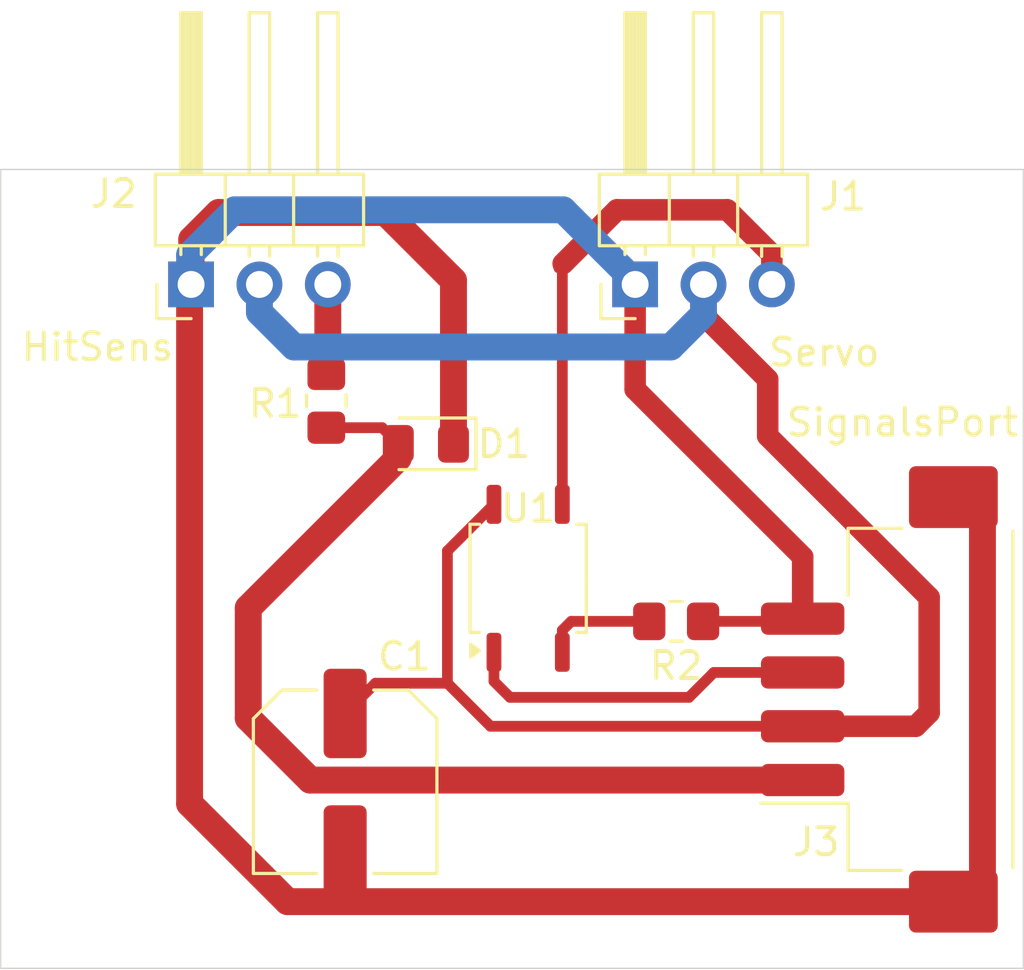
<source format=kicad_pcb>
(kicad_pcb (version 20240108) (generator "pcbnew") (generator_version "8.0")
  (layers (0 "F.Cu" signal) (31 "B.Cu" signal) (34 "B.Paste" user) (35 "F.Paste" user) (36 "B.SilkS" user "B.Silkscreen") (37 "F.SilkS" user "F.Silkscreen") (38 "B.Mask" user) (39 "F.Mask" user) (44 "Edge.Cuts" user))
  (net 0 "")
  (net 1 "+6V")
  (net 2 "GNDREF")
  (net 3 "Net-(J1-Pin_3)")
  (net 4 "Net-(J2-Pin_3)")
  (net 5 "Net-(D1-A)")
  (net 6 "Net-(J3-Pin_3)")
  (net 7 "Net-(R2-Pad2)")
  (footprint "Package_SO:SOP-4_3.8x4.1mm_P2.54mm" (layer "F.Cu") (at 135.7 101.5 90)
    (property "Reference" "U1" (at 2.6 0 0) (layer "F.SilkS"))
    (property "Value" "CPC1017N")
    (fp_line (start 2.01 -2.16) (end 2.01 -1.805) (stroke (width 0.12)) (layer "F.SilkS"))
    (fp_line (start 0 -2.16) (end 2.01 -2.16) (stroke (width 0.12)) (layer "F.SilkS"))
    (fp_line (start 0 -2.16) (end -2.01 -2.16) (stroke (width 0.12)) (layer "F.SilkS"))
    (fp_line (start -2.01 -2.16) (end -2.01 -1.805) (stroke (width 0.12)) (layer "F.SilkS"))
    (fp_line (start 2.01 2.16) (end 2.01 1.805) (stroke (width 0.12)) (layer "F.SilkS"))
    (fp_line (start 0 2.16) (end 2.01 2.16) (stroke (width 0.12)) (layer "F.SilkS"))
    (fp_line (start 0 2.16) (end -2.01 2.16) (stroke (width 0.12)) (layer "F.SilkS"))
    (fp_line (start -2.01 2.16) (end -2.01 1.805) (stroke (width 0.12)) (layer "F.SilkS"))
    (fp_poly (pts (xy -2.6875 -1.805) (xy -2.9275 -2.135) (xy -2.4475 -2.135) (xy -2.6875 -1.805)) (stroke (width 0.12)) (fill solid) (layer "F.SilkS"))
    (pad "1" smd roundrect (at -2.75 -1.27 90) (size 1.45 0.55) (layers "F.Cu" "F.Paste" "F.Mask") (net 6 "Net-(J3-Pin_3)"))
    (pad "2" smd roundrect (at -2.75 1.27 90) (size 1.45 0.55) (layers "F.Cu" "F.Paste" "F.Mask") (net 7 "Net-(R2-Pad2)"))
    (pad "3" smd roundrect (at 2.75 1.27 90) (size 1.45 0.55) (layers "F.Cu" "F.Paste" "F.Mask") (net 3 "Net-(J1-Pin_3)"))
    (pad "4" smd roundrect (at 2.75 -1.27 90) (size 1.45 0.55) (layers "F.Cu" "F.Paste" "F.Mask") (net 1 "+6V"))
  )
  (footprint "Connector_Hirose:Hirose_DF3EA-04P-2H_1x04-1MP_P2.00mm_Horizontal" (layer "F.Cu") (at 148.75 106 90)
    (property "Reference" "J3" (at -5.3 -2.35 0) (layer "F.SilkS"))
    (property "Value" "SignalsPort" (at 10.3 0.85 0) (layer "F.SilkS"))
    (fp_line (start 6.36 -1.16) (end 3.86 -1.16) (stroke (width 0.12)) (layer "F.SilkS"))
    (fp_line (start -3.86 -1.16) (end -3.86 -4.4) (stroke (width 0.12)) (layer "F.SilkS"))
    (fp_line (start -6.36 -1.16) (end -3.86 -1.16) (stroke (width 0.12)) (layer "F.SilkS"))
    (fp_line (start 6.36 0.84) (end 6.36 -1.16) (stroke (width 0.12)) (layer "F.SilkS"))
    (fp_line (start -6.36 0.84) (end -6.36 -1.16) (stroke (width 0.12)) (layer "F.SilkS"))
    (fp_line (start -6.25 4.96) (end 6.25 4.96) (stroke (width 0.12)) (layer "F.SilkS"))
    (pad "1" smd roundrect (at -3 -2.85 90) (size 1.2 3.1) (layers "F.Cu" "F.Paste" "F.Mask") (roundrect_rratio 0.208333) (net 5 "Net-(D1-A)"))
    (pad "2" smd roundrect (at -1 -2.85 90) (size 1.2 3.1) (layers "F.Cu" "F.Paste" "F.Mask") (roundrect_rratio 0.208333) (net 1 "+6V"))
    (pad "3" smd roundrect (at 1 -2.85 90) (size 1.2 3.1) (layers "F.Cu" "F.Paste" "F.Mask") (roundrect_rratio 0.208333) (net 6 "Net-(J3-Pin_3)"))
    (pad "4" smd roundrect (at 3 -2.85 90) (size 1.2 3.1) (layers "F.Cu" "F.Paste" "F.Mask") (roundrect_rratio 0.208333) (net 2 "GNDREF"))
    (pad "MP" smd roundrect (at -7.52 2.75 90) (size 2.3 3.3) (layers "F.Cu" "F.Paste" "F.Mask") (roundrect_rratio 0.108696))
    (pad "MP" smd roundrect (at 7.52 2.75 90) (size 2.3 3.3) (layers "F.Cu" "F.Paste" "F.Mask") (roundrect_rratio 0.108696))
  )
  (footprint "LED_SMD:LED_0805_2012Metric_Pad1.15x1.40mm_HandSolder" (layer "F.Cu") (at 131.9 96.5 180)
    (property "Reference" "D1" (at -2.9 0 180) (layer "F.SilkS"))
    (property "Value" "LED")
    (fp_line (start 1 -0.96) (end -1.86 -0.96) (stroke (width 0.12)) (layer "F.SilkS"))
    (fp_line (start -1.86 0.96) (end 1 0.96) (stroke (width 0.12)) (layer "F.SilkS"))
    (fp_line (start -1.86 -0.96) (end -1.86 0.96) (stroke (width 0.12)) (layer "F.SilkS"))
    (pad "1" smd roundrect (at -1.025 0 180) (size 1.15 1.4) (layers "F.Cu" "F.Paste" "F.Mask") (roundrect_rratio 0.217391) (net 2 "GNDREF"))
    (pad "2" smd roundrect (at 1.025 0 180) (size 1.15 1.4) (layers "F.Cu" "F.Paste" "F.Mask") (roundrect_rratio 0.217391) (net 5 "Net-(D1-A)"))
  )
  (footprint "MountingHole:MountingHole_3.2mm_M3" (layer "F.Cu") (at 119.6 112.6)
    (property "Reference" "H2" (hide yes))
    (property "Value" "MountingHole" (hide yes))
    (pad "" np_thru_hole circle (at 0 0) (size 3.2 3.2) (drill 3.2) (layers "*.Cu" "*.Mask"))
  )
  (footprint "Connector_PinHeader_2.54mm:PinHeader_1x03_P2.54mm_Horizontal" (layer "F.Cu") (at 123.175 90.575 90)
    (property "Reference" "J2" (at 3.375 -2.875 180) (layer "F.SilkS"))
    (property "Value" "HitSens" (at -2.325 -3.475 180) (layer "F.SilkS"))
    (fp_line (start 4.1 -1.33) (end 1.44 -1.33) (stroke (width 0.12)) (layer "F.SilkS"))
    (fp_line (start 1.44 -1.33) (end 1.44 6.41) (stroke (width 0.12)) (layer "F.SilkS"))
    (fp_line (start -1.27 -1.27) (end 0 -1.27) (stroke (width 0.12)) (layer "F.SilkS"))
    (fp_line (start 10.1 -0.38) (end 10.1 0.38) (stroke (width 0.12)) (layer "F.SilkS"))
    (fp_line (start 4.1 -0.38) (end 10.1 -0.38) (stroke (width 0.12)) (layer "F.SilkS"))
    (fp_line (start 1.11 -0.38) (end 1.44 -0.38) (stroke (width 0.12)) (layer "F.SilkS"))
    (fp_line (start 4.1 -0.32) (end 10.1 -0.32) (stroke (width 0.12)) (layer "F.SilkS"))
    (fp_line (start 4.1 -0.2) (end 10.1 -0.2) (stroke (width 0.12)) (layer "F.SilkS"))
    (fp_line (start 4.1 -0.08) (end 10.1 -0.08) (stroke (width 0.12)) (layer "F.SilkS"))
    (fp_line (start -1.27 0) (end -1.27 -1.27) (stroke (width 0.12)) (layer "F.SilkS"))
    (fp_line (start 4.1 0.04) (end 10.1 0.04) (stroke (width 0.12)) (layer "F.SilkS"))
    (fp_line (start 4.1 0.16) (end 10.1 0.16) (stroke (width 0.12)) (layer "F.SilkS"))
    (fp_line (start 4.1 0.28) (end 10.1 0.28) (stroke (width 0.12)) (layer "F.SilkS"))
    (fp_line (start 10.1 0.38) (end 4.1 0.38) (stroke (width 0.12)) (layer "F.SilkS"))
    (fp_line (start 1.11 0.38) (end 1.44 0.38) (stroke (width 0.12)) (layer "F.SilkS"))
    (fp_line (start 1.44 1.27) (end 4.1 1.27) (stroke (width 0.12)) (layer "F.SilkS"))
    (fp_line (start 10.1 2.16) (end 10.1 2.92) (stroke (width 0.12)) (layer "F.SilkS"))
    (fp_line (start 4.1 2.16) (end 10.1 2.16) (stroke (width 0.12)) (layer "F.SilkS"))
    (fp_line (start 1.042929 2.16) (end 1.44 2.16) (stroke (width 0.12)) (layer "F.SilkS"))
    (fp_line (start 10.1 2.92) (end 4.1 2.92) (stroke (width 0.12)) (layer "F.SilkS"))
    (fp_line (start 1.042929 2.92) (end 1.44 2.92) (stroke (width 0.12)) (layer "F.SilkS"))
    (fp_line (start 1.44 3.81) (end 4.1 3.81) (stroke (width 0.12)) (layer "F.SilkS"))
    (fp_line (start 10.1 4.7) (end 10.1 5.46) (stroke (width 0.12)) (layer "F.SilkS"))
    (fp_line (start 4.1 4.7) (end 10.1 4.7) (stroke (width 0.12)) (layer "F.SilkS"))
    (fp_line (start 1.042929 4.7) (end 1.44 4.7) (stroke (width 0.12)) (layer "F.SilkS"))
    (fp_line (start 10.1 5.46) (end 4.1 5.46) (stroke (width 0.12)) (layer "F.SilkS"))
    (fp_line (start 1.042929 5.46) (end 1.44 5.46) (stroke (width 0.12)) (layer "F.SilkS"))
    (fp_line (start 4.1 6.41) (end 4.1 -1.33) (stroke (width 0.12)) (layer "F.SilkS"))
    (fp_line (start 1.44 6.41) (end 4.1 6.41) (stroke (width 0.12)) (layer "F.SilkS"))
    (pad "1" thru_hole rect (at 0 0 90) (size 1.7 1.7) (drill 1) (layers "*.Cu" "*.Mask") (net 2 "GNDREF"))
    (pad "2" thru_hole oval (at 0 2.54 90) (size 1.7 1.7) (drill 1) (layers "*.Cu" "*.Mask") (net 1 "+6V"))
    (pad "3" thru_hole oval (at 0 5.08 90) (size 1.7 1.7) (drill 1) (layers "*.Cu" "*.Mask") (net 4 "Net-(J2-Pin_3)"))
  )
  (footprint "Capacitor_SMD:C_Elec_6.3x7.7" (layer "F.Cu") (at 128.9 109.0625 -90)
    (property "Reference" "C1" (at -4.6625 -2.2 180) (layer "F.SilkS"))
    (property "Value" "100µF 16V")
    (fp_line (start -2.345563 3.41) (end 3.41 3.41) (stroke (width 0.12)) (layer "F.SilkS"))
    (fp_line (start 3.41 3.41) (end 3.41 1.06) (stroke (width 0.12)) (layer "F.SilkS"))
    (fp_line (start -3.41 2.345563) (end -2.345563 3.41) (stroke (width 0.12)) (layer "F.SilkS"))
    (fp_line (start -3.41 2.345563) (end -3.41 1.06) (stroke (width 0.12)) (layer "F.SilkS"))
    (fp_line (start -3.41 -2.345563) (end -3.41 -1.06) (stroke (width 0.12)) (layer "F.SilkS"))
    (fp_line (start -3.41 -2.345563) (end -2.345563 -3.41) (stroke (width 0.12)) (layer "F.SilkS"))
    (fp_line (start -2.345563 -3.41) (end 3.41 -3.41) (stroke (width 0.12)) (layer "F.SilkS"))
    (fp_line (start 3.41 -3.41) (end 3.41 -1.06) (stroke (width 0.12)) (layer "F.SilkS"))
    (pad "1" smd roundrect (at -2.5375 0 270) (size 3.325 1.6) (layers "F.Cu" "F.Paste" "F.Mask") (roundrect_rratio 0.15625) (net 1 "+6V"))
    (pad "2" smd roundrect (at 2.5375 0 270) (size 3.325 1.6) (layers "F.Cu" "F.Paste" "F.Mask") (roundrect_rratio 0.15625) (net 2 "GNDREF"))
  )
  (footprint "MountingHole:MountingHole_3.2mm_M3" (layer "F.Cu") (at 150.6 89.7)
    (property "Reference" "H1" (hide yes))
    (property "Value" "MountingHole" (hide yes))
    (pad "" np_thru_hole circle (at 0 0) (size 3.2 3.2) (drill 3.2) (layers "*.Cu" "*.Mask"))
  )
  (footprint "Resistor_SMD:R_0805_2012Metric_Pad1.20x1.40mm_HandSolder" (layer "F.Cu") (at 128.2 94.9 90)
    (property "Reference" "R1" (at -0.1 -1.9 180) (layer "F.SilkS"))
    (property "Value" "1k")
    (fp_line (start -0.227064 -0.735) (end 0.227064 -0.735) (stroke (width 0.12)) (layer "F.SilkS"))
    (fp_line (start -0.227064 0.735) (end 0.227064 0.735) (stroke (width 0.12)) (layer "F.SilkS"))
    (pad "1" smd roundrect (at -1 0 90) (size 1.2 1.4) (layers "F.Cu" "F.Paste" "F.Mask") (roundrect_rratio 0.208333) (net 5 "Net-(D1-A)"))
    (pad "2" smd roundrect (at 1 0 90) (size 1.2 1.4) (layers "F.Cu" "F.Paste" "F.Mask") (roundrect_rratio 0.208333) (net 4 "Net-(J2-Pin_3)"))
  )
  (footprint "Connector_PinHeader_2.54mm:PinHeader_1x03_P2.54mm_Horizontal" (layer "F.Cu") (at 139.675 90.575 90)
    (property "Reference" "J1" (at 3.275 7.725 180) (layer "F.SilkS"))
    (property "Value" "Servo" (at -2.525 7.025 180) (layer "F.SilkS"))
    (fp_line (start 4.1 -1.33) (end 1.44 -1.33) (stroke (width 0.12)) (layer "F.SilkS"))
    (fp_line (start 1.44 -1.33) (end 1.44 6.41) (stroke (width 0.12)) (layer "F.SilkS"))
    (fp_line (start -1.27 -1.27) (end 0 -1.27) (stroke (width 0.12)) (layer "F.SilkS"))
    (fp_line (start 10.1 -0.38) (end 10.1 0.38) (stroke (width 0.12)) (layer "F.SilkS"))
    (fp_line (start 4.1 -0.38) (end 10.1 -0.38) (stroke (width 0.12)) (layer "F.SilkS"))
    (fp_line (start 1.11 -0.38) (end 1.44 -0.38) (stroke (width 0.12)) (layer "F.SilkS"))
    (fp_line (start 4.1 -0.32) (end 10.1 -0.32) (stroke (width 0.12)) (layer "F.SilkS"))
    (fp_line (start 4.1 -0.2) (end 10.1 -0.2) (stroke (width 0.12)) (layer "F.SilkS"))
    (fp_line (start 4.1 -0.08) (end 10.1 -0.08) (stroke (width 0.12)) (layer "F.SilkS"))
    (fp_line (start -1.27 0) (end -1.27 -1.27) (stroke (width 0.12)) (layer "F.SilkS"))
    (fp_line (start 4.1 0.04) (end 10.1 0.04) (stroke (width 0.12)) (layer "F.SilkS"))
    (fp_line (start 4.1 0.16) (end 10.1 0.16) (stroke (width 0.12)) (layer "F.SilkS"))
    (fp_line (start 4.1 0.28) (end 10.1 0.28) (stroke (width 0.12)) (layer "F.SilkS"))
    (fp_line (start 10.1 0.38) (end 4.1 0.38) (stroke (width 0.12)) (layer "F.SilkS"))
    (fp_line (start 1.11 0.38) (end 1.44 0.38) (stroke (width 0.12)) (layer "F.SilkS"))
    (fp_line (start 1.44 1.27) (end 4.1 1.27) (stroke (width 0.12)) (layer "F.SilkS"))
    (fp_line (start 10.1 2.16) (end 10.1 2.92) (stroke (width 0.12)) (layer "F.SilkS"))
    (fp_line (start 4.1 2.16) (end 10.1 2.16) (stroke (width 0.12)) (layer "F.SilkS"))
    (fp_line (start 1.042929 2.16) (end 1.44 2.16) (stroke (width 0.12)) (layer "F.SilkS"))
    (fp_line (start 10.1 2.92) (end 4.1 2.92) (stroke (width 0.12)) (layer "F.SilkS"))
    (fp_line (start 1.042929 2.92) (end 1.44 2.92) (stroke (width 0.12)) (layer "F.SilkS"))
    (fp_line (start 1.44 3.81) (end 4.1 3.81) (stroke (width 0.12)) (layer "F.SilkS"))
    (fp_line (start 10.1 4.7) (end 10.1 5.46) (stroke (width 0.12)) (layer "F.SilkS"))
    (fp_line (start 4.1 4.7) (end 10.1 4.7) (stroke (width 0.12)) (layer "F.SilkS"))
    (fp_line (start 1.042929 4.7) (end 1.44 4.7) (stroke (width 0.12)) (layer "F.SilkS"))
    (fp_line (start 10.1 5.46) (end 4.1 5.46) (stroke (width 0.12)) (layer "F.SilkS"))
    (fp_line (start 1.042929 5.46) (end 1.44 5.46) (stroke (width 0.12)) (layer "F.SilkS"))
    (fp_line (start 4.1 6.41) (end 4.1 -1.33) (stroke (width 0.12)) (layer "F.SilkS"))
    (fp_line (start 1.44 6.41) (end 4.1 6.41) (stroke (width 0.12)) (layer "F.SilkS"))
    (pad "1" thru_hole rect (at 0 0 90) (size 1.7 1.7) (drill 1) (layers "*.Cu" "*.Mask") (net 2 "GNDREF"))
    (pad "2" thru_hole oval (at 0 2.54 90) (size 1.7 1.7) (drill 1) (layers "*.Cu" "*.Mask") (net 1 "+6V"))
    (pad "3" thru_hole oval (at 0 5.08 90) (size 1.7 1.7) (drill 1) (layers "*.Cu" "*.Mask") (net 3 "Net-(J1-Pin_3)"))
  )
  (footprint "Resistor_SMD:R_0805_2012Metric_Pad1.20x1.40mm_HandSolder" (layer "F.Cu") (at 141.2 103.1 180)
    (property "Reference" "R2" (at 0 -1.65 180) (layer "F.SilkS"))
    (property "Value" "1k")
    (fp_line (start -0.227064 0.735) (end 0.227064 0.735) (stroke (width 0.12)) (layer "F.SilkS"))
    (fp_line (start -0.227064 -0.735) (end 0.227064 -0.735) (stroke (width 0.12)) (layer "F.SilkS"))
    (pad "1" smd roundrect (at -1 0 180) (size 1.2 1.4) (layers "F.Cu" "F.Paste" "F.Mask") (roundrect_rratio 0.208333) (net 2 "GNDREF"))
    (pad "2" smd roundrect (at 1 0 180) (size 1.2 1.4) (layers "F.Cu" "F.Paste" "F.Mask") (roundrect_rratio 0.208333) (net 7 "Net-(R2-Pad2)"))
  )
  (gr_rect (start 116.1 86.3) (end 154.1 116) (stroke (width 0.05)) (fill none) (layer "Edge.Cuts"))
  (segment (start 142.215 91.715) (end 144.6 94.1) (width 0.8) (layer "F.Cu") (net 1))
  (segment (start 142.215 90.575) (end 142.215 91.715) (width 0.8) (layer "F.Cu") (net 1))
  (segment (start 150.1 107) (end 145.9 107) (width 0.8) (layer "F.Cu") (net 1))
  (segment (start 130.025 105.4) (end 132.7 105.4) (width 0.4) (layer "F.Cu") (net 1))
  (segment (start 132.7 100.48) (end 132.7 105.4) (width 0.4) (layer "F.Cu") (net 1))
  (segment (start 132.7 105.4) (end 134.3 107) (width 0.4) (layer "F.Cu") (net 1))
  (segment (start 134.3 107) (end 145.9 107) (width 0.4) (layer "F.Cu") (net 1))
  (segment (start 125.66 90.63) (end 125.715 90.575) (width 1) (layer "F.Cu") (net 1))
  (segment (start 144.6 96.208274) (end 150.6 102.208274) (width 0.8) (layer "F.Cu") (net 1))
  (segment (start 134.43 98.75) (end 132.7 100.48) (width 0.4) (layer "F.Cu") (net 1))
  (segment (start 150.6 106.5) (end 150.1 107) (width 0.8) (layer "F.Cu") (net 1))
  (segment (start 128.9 106.525) (end 130.025 105.4) (width 0.4) (layer "F.Cu") (net 1))
  (segment (start 150.6 102.208274) (end 150.6 106.5) (width 0.8) (layer "F.Cu") (net 1))
  (segment (start 144.6 94.1) (end 144.6 96.208274) (width 0.8) (layer "F.Cu") (net 1))
  (segment (start 141 92.9) (end 142.215 91.685) (width 1) (layer "B.Cu") (net 1))
  (segment (start 125.715 91.615) (end 127 92.9) (width 1) (layer "B.Cu") (net 1))
  (segment (start 127 92.9) (end 141 92.9) (width 1) (layer "B.Cu") (net 1))
  (segment (start 142.215 91.685) (end 142.215 90.575) (width 1) (layer "B.Cu") (net 1))
  (segment (start 125.715 90.575) (end 125.715 91.615) (width 1) (layer "B.Cu") (net 1))
  (segment (start 123.12 109.879268) (end 123.12 90.63) (width 1) (layer "F.Cu") (net 2))
  (segment (start 152.580869 112.600503) (end 151.661372 113.52) (width 1) (layer "F.Cu") (net 2))
  (segment (start 123.2 88.9) (end 123.2 89.4) (width 1) (layer "F.Cu") (net 2))
  (segment (start 126.760732 113.52) (end 123.12 109.879268) (width 1) (layer "F.Cu") (net 2))
  (segment (start 132.925 90.425) (end 130.4 87.9) (width 1) (layer "F.Cu") (net 2))
  (segment (start 123.175 89.425) (end 123.175 90.575) (width 1) (layer "F.Cu") (net 2))
  (segment (start 123.12 90.63) (end 123.175 90.575) (width 1) (layer "F.Cu") (net 2))
  (segment (start 152.580869 99.560869) (end 152.580869 112.600503) (width 1) (layer "F.Cu") (net 2))
  (segment (start 142.2 103.1) (end 145.8 103.1) (width 0.4) (layer "F.Cu") (net 2))
  (segment (start 130.4 87.9) (end 124.2 87.9) (width 1) (layer "F.Cu") (net 2))
  (segment (start 145.8 103.1) (end 145.9 103) (width 0.4) (layer "F.Cu") (net 2))
  (segment (start 139.675 94.475) (end 139.675 90.575) (width 0.8) (layer "F.Cu") (net 2))
  (segment (start 124.2 87.9) (end 123.2 88.9) (width 1) (layer "F.Cu") (net 2))
  (segment (start 145.9 103) (end 145.9 100.7) (width 0.8) (layer "F.Cu") (net 2))
  (segment (start 123.2 89.4) (end 123.175 89.425) (width 1) (layer "F.Cu") (net 2))
  (segment (start 132.925 96.5) (end 132.925 90.425) (width 1) (layer "F.Cu") (net 2))
  (segment (start 145.9 100.7) (end 139.675 94.475) (width 0.8) (layer "F.Cu") (net 2))
  (segment (start 151.661372 113.52) (end 126.760732 113.52) (width 1) (layer "F.Cu") (net 2))
  (segment (start 123.12 90.3) (end 123.12 89.48) (width 1) (layer "B.Cu") (net 2))
  (segment (start 123.12 89.48) (end 124.8 87.8) (width 1) (layer "B.Cu") (net 2))
  (segment (start 139.675 90.475) (end 139.675 90.575) (width 1) (layer "B.Cu") (net 2))
  (segment (start 124.8 87.8) (end 137 87.8) (width 1) (layer "B.Cu") (net 2))
  (segment (start 137 87.8) (end 139.675 90.475) (width 1) (layer "B.Cu") (net 2))
  (segment (start 144.755 89.455) (end 143.1 87.8) (width 0.8) (layer "F.Cu") (net 3))
  (segment (start 143.1 87.8) (end 139 87.8) (width 0.8) (layer "F.Cu") (net 3))
  (segment (start 139 87.8) (end 137 89.8) (width 0.8) (layer "F.Cu") (net 3))
  (segment (start 136.97 89.83) (end 137 89.8) (width 0.4) (layer "F.Cu") (net 3))
  (segment (start 136.84 89.96) (end 137 89.8) (width 0.4) (layer "F.Cu") (net 3))
  (segment (start 144.755 90.575) (end 144.755 89.455) (width 0.8) (layer "F.Cu") (net 3))
  (segment (start 136.97 98.75) (end 136.97 89.83) (width 0.4) (layer "F.Cu") (net 3))
  (segment (start 128.255 90.575) (end 128.2 90.63) (width 1) (layer "F.Cu") (net 4))
  (segment (start 128.255 90.575) (end 128.255 93.295) (width 1) (layer "F.Cu") (net 4))
  (segment (start 128.255 93.295) (end 128.2 93.35) (width 1) (layer "F.Cu") (net 4))
  (segment (start 130.875 96.5) (end 130.875 97.025) (width 1) (layer "F.Cu") (net 5))
  (segment (start 130.275 95.9) (end 130.875 96.5) (width 0.4) (layer "F.Cu") (net 5))
  (segment (start 127.6 109) (end 145.9 109) (width 1) (layer "F.Cu") (net 5))
  (segment (start 125.3 106.7) (end 127.6 109) (width 1) (layer "F.Cu") (net 5))
  (segment (start 125.3 102.6) (end 125.3 106.7) (width 1) (layer "F.Cu") (net 5))
  (segment (start 130.875 97.025) (end 125.3 102.6) (width 1) (layer "F.Cu") (net 5))
  (segment (start 128.2 95.9) (end 130.275 95.9) (width 0.4) (layer "F.Cu") (net 5))
  (segment (start 134.43 104.25) (end 134.43 105.33) (width 0.4) (layer "F.Cu") (net 6))
  (segment (start 135.025 105.925) (end 141.675 105.925) (width 0.4) (layer "F.Cu") (net 6))
  (segment (start 142.6 105) (end 145.9 105) (width 0.4) (layer "F.Cu") (net 6))
  (segment (start 134.43 105.33) (end 135.025 105.925) (width 0.4) (layer "F.Cu") (net 6))
  (segment (start 145.85 104.95) (end 145.9 105) (width 0.4) (layer "F.Cu") (net 6))
  (segment (start 141.675 105.925) (end 142.6 105) (width 0.4) (layer "F.Cu") (net 6))
  (segment (start 137.3 103.1) (end 140.2 103.1) (width 0.4) (layer "F.Cu") (net 7))
  (segment (start 136.97 103.43) (end 137.3 103.1) (width 0.4) (layer "F.Cu") (net 7))
  (segment (start 136.97 104.25) (end 136.97 103.43) (width 0.4) (layer "F.Cu") (net 7))
)
</source>
